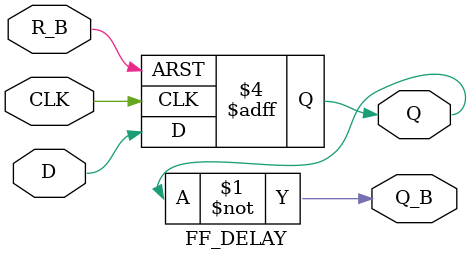
<source format=v>
/*	Flip Flop Delay	*/
`timescale	1ns/100ps
module	FF_DELAY	(R_B, D, CLK, Q, Q_B);
input	R_B, D, CLK;
output	Q, Q_B;
reg		Q;
parameter	R_OUT = 9;
parameter	CLK_OUT	= 10.5;

	assign	Q_B = ~Q;
	always	@ (posedge CLK or negedge	R_B)
	if (!R_B)	#R_OUT		Q <= 0;
	else 		#CLK_OUT	Q <= D;
endmodule	
		
	

</source>
